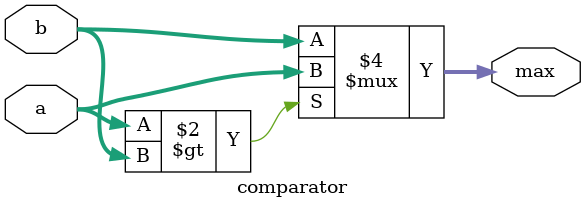
<source format=sv>
`timescale 1ns / 1ps


module comparator(
    input wire [26:0] a,
    input wire [26:0] b,
    output reg [26:0] max
    );
    
    always@* begin
        if(a > b)
            max = a;
        else
            max = b;
    end
endmodule

</source>
